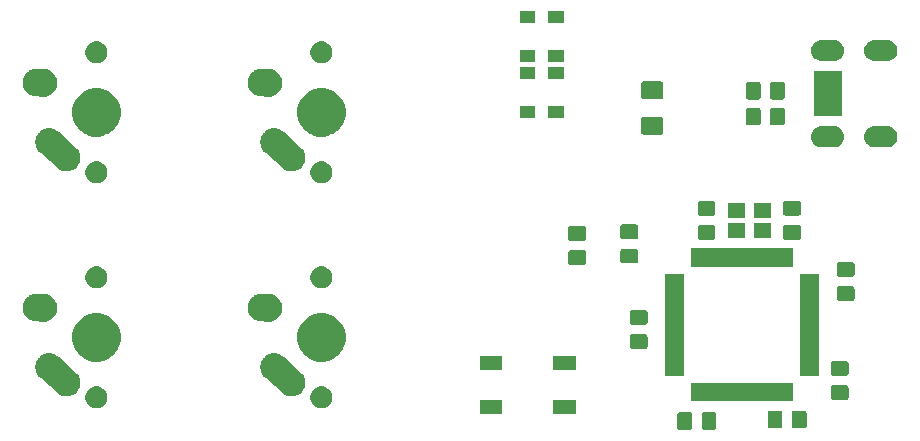
<source format=gbr>
G04 #@! TF.GenerationSoftware,KiCad,Pcbnew,5.1.5*
G04 #@! TF.CreationDate,2020-01-27T21:51:43-06:00*
G04 #@! TF.ProjectId,pcbtut,70636274-7574-42e6-9b69-6361645f7063,rev?*
G04 #@! TF.SameCoordinates,Original*
G04 #@! TF.FileFunction,Soldermask,Bot*
G04 #@! TF.FilePolarity,Negative*
%FSLAX46Y46*%
G04 Gerber Fmt 4.6, Leading zero omitted, Abs format (unit mm)*
G04 Created by KiCad (PCBNEW 5.1.5) date 2020-01-27 21:51:43*
%MOMM*%
%LPD*%
G04 APERTURE LIST*
%ADD10C,0.100000*%
G04 APERTURE END LIST*
D10*
G36*
X174557674Y-146827465D02*
G01*
X174595367Y-146838899D01*
X174630103Y-146857466D01*
X174660548Y-146882452D01*
X174685534Y-146912897D01*
X174704101Y-146947633D01*
X174715535Y-146985326D01*
X174720000Y-147030661D01*
X174720000Y-148117339D01*
X174715535Y-148162674D01*
X174704101Y-148200367D01*
X174685534Y-148235103D01*
X174660548Y-148265548D01*
X174630103Y-148290534D01*
X174595367Y-148309101D01*
X174557674Y-148320535D01*
X174512339Y-148325000D01*
X173675661Y-148325000D01*
X173630326Y-148320535D01*
X173592633Y-148309101D01*
X173557897Y-148290534D01*
X173527452Y-148265548D01*
X173502466Y-148235103D01*
X173483899Y-148200367D01*
X173472465Y-148162674D01*
X173468000Y-148117339D01*
X173468000Y-147030661D01*
X173472465Y-146985326D01*
X173483899Y-146947633D01*
X173502466Y-146912897D01*
X173527452Y-146882452D01*
X173557897Y-146857466D01*
X173592633Y-146838899D01*
X173630326Y-146827465D01*
X173675661Y-146823000D01*
X174512339Y-146823000D01*
X174557674Y-146827465D01*
G37*
G36*
X172507674Y-146827465D02*
G01*
X172545367Y-146838899D01*
X172580103Y-146857466D01*
X172610548Y-146882452D01*
X172635534Y-146912897D01*
X172654101Y-146947633D01*
X172665535Y-146985326D01*
X172670000Y-147030661D01*
X172670000Y-148117339D01*
X172665535Y-148162674D01*
X172654101Y-148200367D01*
X172635534Y-148235103D01*
X172610548Y-148265548D01*
X172580103Y-148290534D01*
X172545367Y-148309101D01*
X172507674Y-148320535D01*
X172462339Y-148325000D01*
X171625661Y-148325000D01*
X171580326Y-148320535D01*
X171542633Y-148309101D01*
X171507897Y-148290534D01*
X171477452Y-148265548D01*
X171452466Y-148235103D01*
X171433899Y-148200367D01*
X171422465Y-148162674D01*
X171418000Y-148117339D01*
X171418000Y-147030661D01*
X171422465Y-146985326D01*
X171433899Y-146947633D01*
X171452466Y-146912897D01*
X171477452Y-146882452D01*
X171507897Y-146857466D01*
X171542633Y-146838899D01*
X171580326Y-146827465D01*
X171625661Y-146823000D01*
X172462339Y-146823000D01*
X172507674Y-146827465D01*
G37*
G36*
X180150674Y-146700465D02*
G01*
X180188367Y-146711899D01*
X180223103Y-146730466D01*
X180253548Y-146755452D01*
X180278534Y-146785897D01*
X180297101Y-146820633D01*
X180308535Y-146858326D01*
X180313000Y-146903661D01*
X180313000Y-147990339D01*
X180308535Y-148035674D01*
X180297101Y-148073367D01*
X180278534Y-148108103D01*
X180253548Y-148138548D01*
X180223103Y-148163534D01*
X180188367Y-148182101D01*
X180150674Y-148193535D01*
X180105339Y-148198000D01*
X179268661Y-148198000D01*
X179223326Y-148193535D01*
X179185633Y-148182101D01*
X179150897Y-148163534D01*
X179120452Y-148138548D01*
X179095466Y-148108103D01*
X179076899Y-148073367D01*
X179065465Y-148035674D01*
X179061000Y-147990339D01*
X179061000Y-146903661D01*
X179065465Y-146858326D01*
X179076899Y-146820633D01*
X179095466Y-146785897D01*
X179120452Y-146755452D01*
X179150897Y-146730466D01*
X179185633Y-146711899D01*
X179223326Y-146700465D01*
X179268661Y-146696000D01*
X180105339Y-146696000D01*
X180150674Y-146700465D01*
G37*
G36*
X182200674Y-146700465D02*
G01*
X182238367Y-146711899D01*
X182273103Y-146730466D01*
X182303548Y-146755452D01*
X182328534Y-146785897D01*
X182347101Y-146820633D01*
X182358535Y-146858326D01*
X182363000Y-146903661D01*
X182363000Y-147990339D01*
X182358535Y-148035674D01*
X182347101Y-148073367D01*
X182328534Y-148108103D01*
X182303548Y-148138548D01*
X182273103Y-148163534D01*
X182238367Y-148182101D01*
X182200674Y-148193535D01*
X182155339Y-148198000D01*
X181318661Y-148198000D01*
X181273326Y-148193535D01*
X181235633Y-148182101D01*
X181200897Y-148163534D01*
X181170452Y-148138548D01*
X181145466Y-148108103D01*
X181126899Y-148073367D01*
X181115465Y-148035674D01*
X181111000Y-147990339D01*
X181111000Y-146903661D01*
X181115465Y-146858326D01*
X181126899Y-146820633D01*
X181145466Y-146785897D01*
X181170452Y-146755452D01*
X181200897Y-146730466D01*
X181235633Y-146711899D01*
X181273326Y-146700465D01*
X181318661Y-146696000D01*
X182155339Y-146696000D01*
X182200674Y-146700465D01*
G37*
G36*
X162801000Y-146977000D02*
G01*
X160899000Y-146977000D01*
X160899000Y-145775000D01*
X162801000Y-145775000D01*
X162801000Y-146977000D01*
G37*
G36*
X156601000Y-146977000D02*
G01*
X154699000Y-146977000D01*
X154699000Y-145775000D01*
X156601000Y-145775000D01*
X156601000Y-146977000D01*
G37*
G36*
X141558104Y-144683585D02*
G01*
X141726626Y-144753389D01*
X141878291Y-144854728D01*
X142007272Y-144983709D01*
X142108611Y-145135374D01*
X142178415Y-145303896D01*
X142214000Y-145482797D01*
X142214000Y-145665203D01*
X142178415Y-145844104D01*
X142108611Y-146012626D01*
X142007272Y-146164291D01*
X141878291Y-146293272D01*
X141726626Y-146394611D01*
X141558104Y-146464415D01*
X141379203Y-146500000D01*
X141196797Y-146500000D01*
X141017896Y-146464415D01*
X140849374Y-146394611D01*
X140697709Y-146293272D01*
X140568728Y-146164291D01*
X140467389Y-146012626D01*
X140397585Y-145844104D01*
X140362000Y-145665203D01*
X140362000Y-145482797D01*
X140397585Y-145303896D01*
X140467389Y-145135374D01*
X140568728Y-144983709D01*
X140697709Y-144854728D01*
X140849374Y-144753389D01*
X141017896Y-144683585D01*
X141196797Y-144648000D01*
X141379203Y-144648000D01*
X141558104Y-144683585D01*
G37*
G36*
X122508104Y-144683585D02*
G01*
X122676626Y-144753389D01*
X122828291Y-144854728D01*
X122957272Y-144983709D01*
X123058611Y-145135374D01*
X123128415Y-145303896D01*
X123164000Y-145482797D01*
X123164000Y-145665203D01*
X123128415Y-145844104D01*
X123058611Y-146012626D01*
X122957272Y-146164291D01*
X122828291Y-146293272D01*
X122676626Y-146394611D01*
X122508104Y-146464415D01*
X122329203Y-146500000D01*
X122146797Y-146500000D01*
X121967896Y-146464415D01*
X121799374Y-146394611D01*
X121647709Y-146293272D01*
X121518728Y-146164291D01*
X121417389Y-146012626D01*
X121347585Y-145844104D01*
X121312000Y-145665203D01*
X121312000Y-145482797D01*
X121347585Y-145303896D01*
X121417389Y-145135374D01*
X121518728Y-144983709D01*
X121647709Y-144854728D01*
X121799374Y-144753389D01*
X121967896Y-144683585D01*
X122146797Y-144648000D01*
X122329203Y-144648000D01*
X122508104Y-144683585D01*
G37*
G36*
X181220000Y-145915000D02*
G01*
X172568000Y-145915000D01*
X172568000Y-144313000D01*
X181220000Y-144313000D01*
X181220000Y-145915000D01*
G37*
G36*
X185754674Y-144539465D02*
G01*
X185792367Y-144550899D01*
X185827103Y-144569466D01*
X185857548Y-144594452D01*
X185882534Y-144624897D01*
X185901101Y-144659633D01*
X185912535Y-144697326D01*
X185917000Y-144742661D01*
X185917000Y-145579339D01*
X185912535Y-145624674D01*
X185901101Y-145662367D01*
X185882534Y-145697103D01*
X185857548Y-145727548D01*
X185827103Y-145752534D01*
X185792367Y-145771101D01*
X185754674Y-145782535D01*
X185709339Y-145787000D01*
X184622661Y-145787000D01*
X184577326Y-145782535D01*
X184539633Y-145771101D01*
X184504897Y-145752534D01*
X184474452Y-145727548D01*
X184449466Y-145697103D01*
X184430899Y-145662367D01*
X184419465Y-145624674D01*
X184415000Y-145579339D01*
X184415000Y-144742661D01*
X184419465Y-144697326D01*
X184430899Y-144659633D01*
X184449466Y-144624897D01*
X184474452Y-144594452D01*
X184504897Y-144569466D01*
X184539633Y-144550899D01*
X184577326Y-144539465D01*
X184622661Y-144535000D01*
X185709339Y-144535000D01*
X185754674Y-144539465D01*
G37*
G36*
X137311249Y-141817881D02*
G01*
X137316689Y-141818000D01*
X137403826Y-141818000D01*
X137420087Y-141821234D01*
X137438941Y-141823512D01*
X137455530Y-141824244D01*
X137540222Y-141845008D01*
X137545558Y-141846192D01*
X137560554Y-141849175D01*
X137631027Y-141863193D01*
X137646345Y-141869538D01*
X137664404Y-141875454D01*
X137680519Y-141879405D01*
X137759523Y-141916288D01*
X137764503Y-141918480D01*
X137845045Y-141951842D01*
X137845047Y-141951843D01*
X137858827Y-141961051D01*
X137875395Y-141970382D01*
X137890422Y-141977397D01*
X137890424Y-141977398D01*
X137890423Y-141977398D01*
X137960700Y-142028975D01*
X137965198Y-142032126D01*
X138037656Y-142080541D01*
X138094662Y-142137547D01*
X138099556Y-142142183D01*
X138616439Y-142605962D01*
X139576376Y-143467276D01*
X139668185Y-143567558D01*
X139693603Y-143595321D01*
X139813689Y-143793416D01*
X139892823Y-144011133D01*
X139927961Y-144240104D01*
X139917754Y-144471530D01*
X139862593Y-144696519D01*
X139835723Y-144754075D01*
X139764602Y-144906421D01*
X139764600Y-144906423D01*
X139764600Y-144906424D01*
X139627539Y-145093177D01*
X139456679Y-145249603D01*
X139258583Y-145369689D01*
X139040866Y-145448823D01*
X138811896Y-145483961D01*
X138580469Y-145473754D01*
X138355480Y-145418593D01*
X138245027Y-145367028D01*
X138145579Y-145320602D01*
X138145576Y-145320600D01*
X138005622Y-145217886D01*
X136571623Y-143931214D01*
X136557591Y-143920320D01*
X136538346Y-143907461D01*
X136481303Y-143850418D01*
X136476394Y-143845768D01*
X136459624Y-143830721D01*
X136440021Y-143809309D01*
X136436213Y-143805328D01*
X136374541Y-143743656D01*
X136365316Y-143729850D01*
X136353582Y-143714892D01*
X136342396Y-143702674D01*
X136297252Y-143628204D01*
X136294293Y-143623557D01*
X136275424Y-143595318D01*
X136245842Y-143551045D01*
X136239489Y-143535708D01*
X136230899Y-143518747D01*
X136222311Y-143504581D01*
X136192554Y-143422711D01*
X136190564Y-143417591D01*
X136157193Y-143337026D01*
X136153956Y-143320752D01*
X136148843Y-143302453D01*
X136143177Y-143286864D01*
X136129956Y-143200715D01*
X136129009Y-143195338D01*
X136112000Y-143109827D01*
X136112000Y-143093233D01*
X136110555Y-143074290D01*
X136108039Y-143057893D01*
X136111880Y-142970794D01*
X136112000Y-142965354D01*
X136112000Y-142878172D01*
X136115236Y-142861903D01*
X136117515Y-142843044D01*
X136118246Y-142826468D01*
X136139010Y-142741777D01*
X136140186Y-142736474D01*
X136157193Y-142650973D01*
X136163545Y-142635638D01*
X136169455Y-142617599D01*
X136173407Y-142601479D01*
X136210277Y-142522503D01*
X136212477Y-142517506D01*
X136245842Y-142436955D01*
X136255060Y-142423159D01*
X136264387Y-142406598D01*
X136271400Y-142391575D01*
X136322961Y-142321320D01*
X136326122Y-142316808D01*
X136374541Y-142244344D01*
X136386268Y-142232617D01*
X136398652Y-142218187D01*
X136408462Y-142204820D01*
X136472733Y-142145979D01*
X136476714Y-142142171D01*
X136538344Y-142080541D01*
X136552135Y-142071326D01*
X136567093Y-142059592D01*
X136579324Y-142048394D01*
X136631261Y-142016910D01*
X136653859Y-142003211D01*
X136658456Y-142000285D01*
X136730955Y-141951842D01*
X136746278Y-141945495D01*
X136763233Y-141936908D01*
X136777417Y-141928309D01*
X136859342Y-141898532D01*
X136864435Y-141896553D01*
X136944973Y-141863193D01*
X136961237Y-141859958D01*
X136979532Y-141854846D01*
X136995134Y-141849175D01*
X137081342Y-141835945D01*
X137086713Y-141834999D01*
X137172173Y-141818000D01*
X137188752Y-141818000D01*
X137207694Y-141816555D01*
X137224105Y-141814037D01*
X137311249Y-141817881D01*
G37*
G36*
X118261249Y-141817881D02*
G01*
X118266689Y-141818000D01*
X118353826Y-141818000D01*
X118370087Y-141821234D01*
X118388941Y-141823512D01*
X118405530Y-141824244D01*
X118490222Y-141845008D01*
X118495558Y-141846192D01*
X118510554Y-141849175D01*
X118581027Y-141863193D01*
X118596345Y-141869538D01*
X118614404Y-141875454D01*
X118630519Y-141879405D01*
X118709523Y-141916288D01*
X118714503Y-141918480D01*
X118795045Y-141951842D01*
X118795047Y-141951843D01*
X118808827Y-141961051D01*
X118825395Y-141970382D01*
X118840422Y-141977397D01*
X118840424Y-141977398D01*
X118840423Y-141977398D01*
X118910700Y-142028975D01*
X118915198Y-142032126D01*
X118987656Y-142080541D01*
X119044662Y-142137547D01*
X119049556Y-142142183D01*
X119566439Y-142605962D01*
X120526376Y-143467276D01*
X120618185Y-143567558D01*
X120643603Y-143595321D01*
X120763689Y-143793416D01*
X120842823Y-144011133D01*
X120877961Y-144240104D01*
X120867754Y-144471530D01*
X120812593Y-144696519D01*
X120785723Y-144754075D01*
X120714602Y-144906421D01*
X120714600Y-144906423D01*
X120714600Y-144906424D01*
X120577539Y-145093177D01*
X120406679Y-145249603D01*
X120208583Y-145369689D01*
X119990866Y-145448823D01*
X119761896Y-145483961D01*
X119530469Y-145473754D01*
X119305480Y-145418593D01*
X119195027Y-145367028D01*
X119095579Y-145320602D01*
X119095576Y-145320600D01*
X118955622Y-145217886D01*
X117521623Y-143931214D01*
X117507591Y-143920320D01*
X117488346Y-143907461D01*
X117431303Y-143850418D01*
X117426394Y-143845768D01*
X117409624Y-143830721D01*
X117390021Y-143809309D01*
X117386213Y-143805328D01*
X117324541Y-143743656D01*
X117315316Y-143729850D01*
X117303582Y-143714892D01*
X117292396Y-143702674D01*
X117247252Y-143628204D01*
X117244293Y-143623557D01*
X117225424Y-143595318D01*
X117195842Y-143551045D01*
X117189489Y-143535708D01*
X117180899Y-143518747D01*
X117172311Y-143504581D01*
X117142554Y-143422711D01*
X117140564Y-143417591D01*
X117107193Y-143337026D01*
X117103956Y-143320752D01*
X117098843Y-143302453D01*
X117093177Y-143286864D01*
X117079956Y-143200715D01*
X117079009Y-143195338D01*
X117062000Y-143109827D01*
X117062000Y-143093233D01*
X117060555Y-143074290D01*
X117058039Y-143057893D01*
X117061880Y-142970794D01*
X117062000Y-142965354D01*
X117062000Y-142878172D01*
X117065236Y-142861903D01*
X117067515Y-142843044D01*
X117068246Y-142826468D01*
X117089010Y-142741777D01*
X117090186Y-142736474D01*
X117107193Y-142650973D01*
X117113545Y-142635638D01*
X117119455Y-142617599D01*
X117123407Y-142601479D01*
X117160277Y-142522503D01*
X117162477Y-142517506D01*
X117195842Y-142436955D01*
X117205060Y-142423159D01*
X117214387Y-142406598D01*
X117221400Y-142391575D01*
X117272961Y-142321320D01*
X117276122Y-142316808D01*
X117324541Y-142244344D01*
X117336268Y-142232617D01*
X117348652Y-142218187D01*
X117358462Y-142204820D01*
X117422733Y-142145979D01*
X117426714Y-142142171D01*
X117488344Y-142080541D01*
X117502135Y-142071326D01*
X117517093Y-142059592D01*
X117529324Y-142048394D01*
X117581261Y-142016910D01*
X117603859Y-142003211D01*
X117608456Y-142000285D01*
X117680955Y-141951842D01*
X117696278Y-141945495D01*
X117713233Y-141936908D01*
X117727417Y-141928309D01*
X117809342Y-141898532D01*
X117814435Y-141896553D01*
X117894973Y-141863193D01*
X117911237Y-141859958D01*
X117929532Y-141854846D01*
X117945134Y-141849175D01*
X118031342Y-141835945D01*
X118036713Y-141834999D01*
X118122173Y-141818000D01*
X118138752Y-141818000D01*
X118157694Y-141816555D01*
X118174105Y-141814037D01*
X118261249Y-141817881D01*
G37*
G36*
X171995000Y-143740000D02*
G01*
X170393000Y-143740000D01*
X170393000Y-135088000D01*
X171995000Y-135088000D01*
X171995000Y-143740000D01*
G37*
G36*
X183395000Y-143740000D02*
G01*
X181793000Y-143740000D01*
X181793000Y-135088000D01*
X183395000Y-135088000D01*
X183395000Y-143740000D01*
G37*
G36*
X185754674Y-142489465D02*
G01*
X185792367Y-142500899D01*
X185827103Y-142519466D01*
X185857548Y-142544452D01*
X185882534Y-142574897D01*
X185901101Y-142609633D01*
X185912535Y-142647326D01*
X185917000Y-142692661D01*
X185917000Y-143529339D01*
X185912535Y-143574674D01*
X185901101Y-143612367D01*
X185882534Y-143647103D01*
X185857548Y-143677548D01*
X185827103Y-143702534D01*
X185792367Y-143721101D01*
X185754674Y-143732535D01*
X185709339Y-143737000D01*
X184622661Y-143737000D01*
X184577326Y-143732535D01*
X184539633Y-143721101D01*
X184504897Y-143702534D01*
X184474452Y-143677548D01*
X184449466Y-143647103D01*
X184430899Y-143612367D01*
X184419465Y-143574674D01*
X184415000Y-143529339D01*
X184415000Y-142692661D01*
X184419465Y-142647326D01*
X184430899Y-142609633D01*
X184449466Y-142574897D01*
X184474452Y-142544452D01*
X184504897Y-142519466D01*
X184539633Y-142500899D01*
X184577326Y-142489465D01*
X184622661Y-142485000D01*
X185709339Y-142485000D01*
X185754674Y-142489465D01*
G37*
G36*
X156601000Y-143277000D02*
G01*
X154699000Y-143277000D01*
X154699000Y-142075000D01*
X156601000Y-142075000D01*
X156601000Y-143277000D01*
G37*
G36*
X162801000Y-143277000D02*
G01*
X160899000Y-143277000D01*
X160899000Y-142075000D01*
X162801000Y-142075000D01*
X162801000Y-143277000D01*
G37*
G36*
X141884474Y-138527684D02*
G01*
X142102474Y-138617983D01*
X142256623Y-138681833D01*
X142591548Y-138905623D01*
X142876377Y-139190452D01*
X143100167Y-139525377D01*
X143100167Y-139525378D01*
X143254316Y-139897526D01*
X143332900Y-140292594D01*
X143332900Y-140695406D01*
X143254316Y-141090474D01*
X143206535Y-141205827D01*
X143100167Y-141462623D01*
X142876377Y-141797548D01*
X142591548Y-142082377D01*
X142256623Y-142306167D01*
X142102474Y-142370017D01*
X141884474Y-142460316D01*
X141489406Y-142538900D01*
X141086594Y-142538900D01*
X140691526Y-142460316D01*
X140473526Y-142370017D01*
X140319377Y-142306167D01*
X139984452Y-142082377D01*
X139699623Y-141797548D01*
X139475833Y-141462623D01*
X139369465Y-141205827D01*
X139321684Y-141090474D01*
X139243100Y-140695406D01*
X139243100Y-140292594D01*
X139321684Y-139897526D01*
X139475833Y-139525378D01*
X139475833Y-139525377D01*
X139699623Y-139190452D01*
X139984452Y-138905623D01*
X140319377Y-138681833D01*
X140473526Y-138617983D01*
X140691526Y-138527684D01*
X141086594Y-138449100D01*
X141489406Y-138449100D01*
X141884474Y-138527684D01*
G37*
G36*
X122834474Y-138527684D02*
G01*
X123052474Y-138617983D01*
X123206623Y-138681833D01*
X123541548Y-138905623D01*
X123826377Y-139190452D01*
X124050167Y-139525377D01*
X124050167Y-139525378D01*
X124204316Y-139897526D01*
X124282900Y-140292594D01*
X124282900Y-140695406D01*
X124204316Y-141090474D01*
X124156535Y-141205827D01*
X124050167Y-141462623D01*
X123826377Y-141797548D01*
X123541548Y-142082377D01*
X123206623Y-142306167D01*
X123052474Y-142370017D01*
X122834474Y-142460316D01*
X122439406Y-142538900D01*
X122036594Y-142538900D01*
X121641526Y-142460316D01*
X121423526Y-142370017D01*
X121269377Y-142306167D01*
X120934452Y-142082377D01*
X120649623Y-141797548D01*
X120425833Y-141462623D01*
X120319465Y-141205827D01*
X120271684Y-141090474D01*
X120193100Y-140695406D01*
X120193100Y-140292594D01*
X120271684Y-139897526D01*
X120425833Y-139525378D01*
X120425833Y-139525377D01*
X120649623Y-139190452D01*
X120934452Y-138905623D01*
X121269377Y-138681833D01*
X121423526Y-138617983D01*
X121641526Y-138527684D01*
X122036594Y-138449100D01*
X122439406Y-138449100D01*
X122834474Y-138527684D01*
G37*
G36*
X168736674Y-140230465D02*
G01*
X168774367Y-140241899D01*
X168809103Y-140260466D01*
X168839548Y-140285452D01*
X168864534Y-140315897D01*
X168883101Y-140350633D01*
X168894535Y-140388326D01*
X168899000Y-140433661D01*
X168899000Y-141270339D01*
X168894535Y-141315674D01*
X168883101Y-141353367D01*
X168864534Y-141388103D01*
X168839548Y-141418548D01*
X168809103Y-141443534D01*
X168774367Y-141462101D01*
X168736674Y-141473535D01*
X168691339Y-141478000D01*
X167604661Y-141478000D01*
X167559326Y-141473535D01*
X167521633Y-141462101D01*
X167486897Y-141443534D01*
X167456452Y-141418548D01*
X167431466Y-141388103D01*
X167412899Y-141353367D01*
X167401465Y-141315674D01*
X167397000Y-141270339D01*
X167397000Y-140433661D01*
X167401465Y-140388326D01*
X167412899Y-140350633D01*
X167431466Y-140315897D01*
X167456452Y-140285452D01*
X167486897Y-140260466D01*
X167521633Y-140241899D01*
X167559326Y-140230465D01*
X167604661Y-140226000D01*
X168691339Y-140226000D01*
X168736674Y-140230465D01*
G37*
G36*
X168736674Y-138180465D02*
G01*
X168774367Y-138191899D01*
X168809103Y-138210466D01*
X168839548Y-138235452D01*
X168864534Y-138265897D01*
X168883101Y-138300633D01*
X168894535Y-138338326D01*
X168899000Y-138383661D01*
X168899000Y-139220339D01*
X168894535Y-139265674D01*
X168883101Y-139303367D01*
X168864534Y-139338103D01*
X168839548Y-139368548D01*
X168809103Y-139393534D01*
X168774367Y-139412101D01*
X168736674Y-139423535D01*
X168691339Y-139428000D01*
X167604661Y-139428000D01*
X167559326Y-139423535D01*
X167521633Y-139412101D01*
X167486897Y-139393534D01*
X167456452Y-139368548D01*
X167431466Y-139338103D01*
X167412899Y-139303367D01*
X167401465Y-139265674D01*
X167397000Y-139220339D01*
X167397000Y-138383661D01*
X167401465Y-138338326D01*
X167412899Y-138300633D01*
X167431466Y-138265897D01*
X167456452Y-138235452D01*
X167486897Y-138210466D01*
X167521633Y-138191899D01*
X167559326Y-138180465D01*
X167604661Y-138176000D01*
X168691339Y-138176000D01*
X168736674Y-138180465D01*
G37*
G36*
X117194226Y-136777705D02*
G01*
X117202796Y-136778000D01*
X117273827Y-136778000D01*
X117305981Y-136784396D01*
X117321752Y-136786500D01*
X117876545Y-136824762D01*
X118047730Y-136853624D01*
X118264255Y-136935962D01*
X118460557Y-137058959D01*
X118572912Y-137164912D01*
X118629090Y-137217888D01*
X118673540Y-137280367D01*
X118763380Y-137406645D01*
X118858265Y-137617973D01*
X118910099Y-137843751D01*
X118916890Y-138075302D01*
X118878376Y-138303730D01*
X118796039Y-138520255D01*
X118673041Y-138716557D01*
X118514111Y-138885090D01*
X118325355Y-139019380D01*
X118114027Y-139114265D01*
X117888249Y-139166098D01*
X117714723Y-139171188D01*
X117121794Y-139130296D01*
X117113196Y-139130000D01*
X117042173Y-139130000D01*
X116947247Y-139111118D01*
X116943643Y-139110456D01*
X116848270Y-139094376D01*
X116841797Y-139091915D01*
X116821772Y-139086159D01*
X116814973Y-139084807D01*
X116755522Y-139060181D01*
X116725540Y-139047763D01*
X116722136Y-139046411D01*
X116631745Y-139012038D01*
X116625881Y-139008364D01*
X116607365Y-138998813D01*
X116600955Y-138996158D01*
X116520415Y-138942343D01*
X116517449Y-138940423D01*
X116435443Y-138889041D01*
X116430404Y-138884289D01*
X116414107Y-138871311D01*
X116408348Y-138867463D01*
X116339882Y-138798997D01*
X116337285Y-138796476D01*
X116266910Y-138730111D01*
X116262902Y-138724478D01*
X116249441Y-138708556D01*
X116244541Y-138703656D01*
X116190750Y-138623152D01*
X116188716Y-138620202D01*
X116132620Y-138541355D01*
X116129781Y-138535033D01*
X116119693Y-138516808D01*
X116115842Y-138511045D01*
X116078766Y-138421535D01*
X116077401Y-138418372D01*
X116037735Y-138330027D01*
X116036185Y-138323275D01*
X116029848Y-138303438D01*
X116027193Y-138297027D01*
X116008301Y-138202050D01*
X116007562Y-138198599D01*
X115985902Y-138104249D01*
X115985699Y-138097341D01*
X115983353Y-138076630D01*
X115982000Y-138069826D01*
X115982000Y-137973027D01*
X115981946Y-137969362D01*
X115979111Y-137872697D01*
X115980260Y-137865882D01*
X115982000Y-137845100D01*
X115982000Y-137838173D01*
X116000882Y-137743246D01*
X116001544Y-137739642D01*
X116006073Y-137712781D01*
X116017624Y-137644270D01*
X116020085Y-137637797D01*
X116025842Y-137617767D01*
X116027193Y-137610973D01*
X116064237Y-137521540D01*
X116065589Y-137518136D01*
X116077049Y-137488000D01*
X116099962Y-137427745D01*
X116103636Y-137421881D01*
X116113187Y-137403365D01*
X116115842Y-137396955D01*
X116169657Y-137316415D01*
X116171577Y-137313449D01*
X116222959Y-137231443D01*
X116227711Y-137226404D01*
X116240689Y-137210107D01*
X116244537Y-137204348D01*
X116313003Y-137135882D01*
X116315524Y-137133285D01*
X116381889Y-137062910D01*
X116387522Y-137058902D01*
X116403444Y-137045441D01*
X116408344Y-137040541D01*
X116488848Y-136986750D01*
X116491798Y-136984716D01*
X116570645Y-136928620D01*
X116576967Y-136925781D01*
X116595192Y-136915693D01*
X116600955Y-136911842D01*
X116690465Y-136874766D01*
X116693628Y-136873401D01*
X116781973Y-136833735D01*
X116788725Y-136832185D01*
X116808562Y-136825848D01*
X116814973Y-136823193D01*
X116909950Y-136804301D01*
X116913401Y-136803562D01*
X117007751Y-136781902D01*
X117014660Y-136781699D01*
X117035370Y-136779353D01*
X117042174Y-136778000D01*
X117138985Y-136778000D01*
X117142585Y-136777947D01*
X117181277Y-136776812D01*
X117194226Y-136777705D01*
G37*
G36*
X136244226Y-136777705D02*
G01*
X136252796Y-136778000D01*
X136323827Y-136778000D01*
X136355981Y-136784396D01*
X136371752Y-136786500D01*
X136926545Y-136824762D01*
X137097730Y-136853624D01*
X137314255Y-136935962D01*
X137510557Y-137058959D01*
X137622912Y-137164912D01*
X137679090Y-137217888D01*
X137723540Y-137280367D01*
X137813380Y-137406645D01*
X137908265Y-137617973D01*
X137960099Y-137843751D01*
X137966890Y-138075302D01*
X137928376Y-138303730D01*
X137846039Y-138520255D01*
X137723041Y-138716557D01*
X137564111Y-138885090D01*
X137375355Y-139019380D01*
X137164027Y-139114265D01*
X136938249Y-139166098D01*
X136764723Y-139171188D01*
X136171794Y-139130296D01*
X136163196Y-139130000D01*
X136092173Y-139130000D01*
X135997247Y-139111118D01*
X135993643Y-139110456D01*
X135898270Y-139094376D01*
X135891797Y-139091915D01*
X135871772Y-139086159D01*
X135864973Y-139084807D01*
X135805522Y-139060181D01*
X135775540Y-139047763D01*
X135772136Y-139046411D01*
X135681745Y-139012038D01*
X135675881Y-139008364D01*
X135657365Y-138998813D01*
X135650955Y-138996158D01*
X135570415Y-138942343D01*
X135567449Y-138940423D01*
X135485443Y-138889041D01*
X135480404Y-138884289D01*
X135464107Y-138871311D01*
X135458348Y-138867463D01*
X135389882Y-138798997D01*
X135387285Y-138796476D01*
X135316910Y-138730111D01*
X135312902Y-138724478D01*
X135299441Y-138708556D01*
X135294541Y-138703656D01*
X135240750Y-138623152D01*
X135238716Y-138620202D01*
X135182620Y-138541355D01*
X135179781Y-138535033D01*
X135169693Y-138516808D01*
X135165842Y-138511045D01*
X135128766Y-138421535D01*
X135127401Y-138418372D01*
X135087735Y-138330027D01*
X135086185Y-138323275D01*
X135079848Y-138303438D01*
X135077193Y-138297027D01*
X135058301Y-138202050D01*
X135057562Y-138198599D01*
X135035902Y-138104249D01*
X135035699Y-138097341D01*
X135033353Y-138076630D01*
X135032000Y-138069826D01*
X135032000Y-137973027D01*
X135031946Y-137969362D01*
X135029111Y-137872697D01*
X135030260Y-137865882D01*
X135032000Y-137845100D01*
X135032000Y-137838173D01*
X135050882Y-137743246D01*
X135051544Y-137739642D01*
X135056073Y-137712781D01*
X135067624Y-137644270D01*
X135070085Y-137637797D01*
X135075842Y-137617767D01*
X135077193Y-137610973D01*
X135114237Y-137521540D01*
X135115589Y-137518136D01*
X135127049Y-137488000D01*
X135149962Y-137427745D01*
X135153636Y-137421881D01*
X135163187Y-137403365D01*
X135165842Y-137396955D01*
X135219657Y-137316415D01*
X135221577Y-137313449D01*
X135272959Y-137231443D01*
X135277711Y-137226404D01*
X135290689Y-137210107D01*
X135294537Y-137204348D01*
X135363003Y-137135882D01*
X135365524Y-137133285D01*
X135431889Y-137062910D01*
X135437522Y-137058902D01*
X135453444Y-137045441D01*
X135458344Y-137040541D01*
X135538848Y-136986750D01*
X135541798Y-136984716D01*
X135620645Y-136928620D01*
X135626967Y-136925781D01*
X135645192Y-136915693D01*
X135650955Y-136911842D01*
X135740465Y-136874766D01*
X135743628Y-136873401D01*
X135831973Y-136833735D01*
X135838725Y-136832185D01*
X135858562Y-136825848D01*
X135864973Y-136823193D01*
X135959950Y-136804301D01*
X135963401Y-136803562D01*
X136057751Y-136781902D01*
X136064660Y-136781699D01*
X136085370Y-136779353D01*
X136092174Y-136778000D01*
X136188985Y-136778000D01*
X136192585Y-136777947D01*
X136231277Y-136776812D01*
X136244226Y-136777705D01*
G37*
G36*
X186262674Y-136157465D02*
G01*
X186300367Y-136168899D01*
X186335103Y-136187466D01*
X186365548Y-136212452D01*
X186390534Y-136242897D01*
X186409101Y-136277633D01*
X186420535Y-136315326D01*
X186425000Y-136360661D01*
X186425000Y-137197339D01*
X186420535Y-137242674D01*
X186409101Y-137280367D01*
X186390534Y-137315103D01*
X186365548Y-137345548D01*
X186335103Y-137370534D01*
X186300367Y-137389101D01*
X186262674Y-137400535D01*
X186217339Y-137405000D01*
X185130661Y-137405000D01*
X185085326Y-137400535D01*
X185047633Y-137389101D01*
X185012897Y-137370534D01*
X184982452Y-137345548D01*
X184957466Y-137315103D01*
X184938899Y-137280367D01*
X184927465Y-137242674D01*
X184923000Y-137197339D01*
X184923000Y-136360661D01*
X184927465Y-136315326D01*
X184938899Y-136277633D01*
X184957466Y-136242897D01*
X184982452Y-136212452D01*
X185012897Y-136187466D01*
X185047633Y-136168899D01*
X185085326Y-136157465D01*
X185130661Y-136153000D01*
X186217339Y-136153000D01*
X186262674Y-136157465D01*
G37*
G36*
X141558104Y-134523585D02*
G01*
X141726626Y-134593389D01*
X141878291Y-134694728D01*
X142007272Y-134823709D01*
X142108611Y-134975374D01*
X142178415Y-135143896D01*
X142214000Y-135322797D01*
X142214000Y-135505203D01*
X142178415Y-135684104D01*
X142108611Y-135852626D01*
X142007272Y-136004291D01*
X141878291Y-136133272D01*
X141726626Y-136234611D01*
X141558104Y-136304415D01*
X141379203Y-136340000D01*
X141196797Y-136340000D01*
X141017896Y-136304415D01*
X140849374Y-136234611D01*
X140697709Y-136133272D01*
X140568728Y-136004291D01*
X140467389Y-135852626D01*
X140397585Y-135684104D01*
X140362000Y-135505203D01*
X140362000Y-135322797D01*
X140397585Y-135143896D01*
X140467389Y-134975374D01*
X140568728Y-134823709D01*
X140697709Y-134694728D01*
X140849374Y-134593389D01*
X141017896Y-134523585D01*
X141196797Y-134488000D01*
X141379203Y-134488000D01*
X141558104Y-134523585D01*
G37*
G36*
X122508104Y-134523585D02*
G01*
X122676626Y-134593389D01*
X122828291Y-134694728D01*
X122957272Y-134823709D01*
X123058611Y-134975374D01*
X123128415Y-135143896D01*
X123164000Y-135322797D01*
X123164000Y-135505203D01*
X123128415Y-135684104D01*
X123058611Y-135852626D01*
X122957272Y-136004291D01*
X122828291Y-136133272D01*
X122676626Y-136234611D01*
X122508104Y-136304415D01*
X122329203Y-136340000D01*
X122146797Y-136340000D01*
X121967896Y-136304415D01*
X121799374Y-136234611D01*
X121647709Y-136133272D01*
X121518728Y-136004291D01*
X121417389Y-135852626D01*
X121347585Y-135684104D01*
X121312000Y-135505203D01*
X121312000Y-135322797D01*
X121347585Y-135143896D01*
X121417389Y-134975374D01*
X121518728Y-134823709D01*
X121647709Y-134694728D01*
X121799374Y-134593389D01*
X121967896Y-134523585D01*
X122146797Y-134488000D01*
X122329203Y-134488000D01*
X122508104Y-134523585D01*
G37*
G36*
X186262674Y-134107465D02*
G01*
X186300367Y-134118899D01*
X186335103Y-134137466D01*
X186365548Y-134162452D01*
X186390534Y-134192897D01*
X186409101Y-134227633D01*
X186420535Y-134265326D01*
X186425000Y-134310661D01*
X186425000Y-135147339D01*
X186420535Y-135192674D01*
X186409101Y-135230367D01*
X186390534Y-135265103D01*
X186365548Y-135295548D01*
X186335103Y-135320534D01*
X186300367Y-135339101D01*
X186262674Y-135350535D01*
X186217339Y-135355000D01*
X185130661Y-135355000D01*
X185085326Y-135350535D01*
X185047633Y-135339101D01*
X185012897Y-135320534D01*
X184982452Y-135295548D01*
X184957466Y-135265103D01*
X184938899Y-135230367D01*
X184927465Y-135192674D01*
X184923000Y-135147339D01*
X184923000Y-134310661D01*
X184927465Y-134265326D01*
X184938899Y-134227633D01*
X184957466Y-134192897D01*
X184982452Y-134162452D01*
X185012897Y-134137466D01*
X185047633Y-134118899D01*
X185085326Y-134107465D01*
X185130661Y-134103000D01*
X186217339Y-134103000D01*
X186262674Y-134107465D01*
G37*
G36*
X181220000Y-134515000D02*
G01*
X172568000Y-134515000D01*
X172568000Y-132913000D01*
X181220000Y-132913000D01*
X181220000Y-134515000D01*
G37*
G36*
X163529674Y-133109465D02*
G01*
X163567367Y-133120899D01*
X163602103Y-133139466D01*
X163632548Y-133164452D01*
X163657534Y-133194897D01*
X163676101Y-133229633D01*
X163687535Y-133267326D01*
X163692000Y-133312661D01*
X163692000Y-134149339D01*
X163687535Y-134194674D01*
X163676101Y-134232367D01*
X163657534Y-134267103D01*
X163632548Y-134297548D01*
X163602103Y-134322534D01*
X163567367Y-134341101D01*
X163529674Y-134352535D01*
X163484339Y-134357000D01*
X162397661Y-134357000D01*
X162352326Y-134352535D01*
X162314633Y-134341101D01*
X162279897Y-134322534D01*
X162249452Y-134297548D01*
X162224466Y-134267103D01*
X162205899Y-134232367D01*
X162194465Y-134194674D01*
X162190000Y-134149339D01*
X162190000Y-133312661D01*
X162194465Y-133267326D01*
X162205899Y-133229633D01*
X162224466Y-133194897D01*
X162249452Y-133164452D01*
X162279897Y-133139466D01*
X162314633Y-133120899D01*
X162352326Y-133109465D01*
X162397661Y-133105000D01*
X163484339Y-133105000D01*
X163529674Y-133109465D01*
G37*
G36*
X167942674Y-132982465D02*
G01*
X167980367Y-132993899D01*
X168015103Y-133012466D01*
X168045548Y-133037452D01*
X168070534Y-133067897D01*
X168089101Y-133102633D01*
X168100535Y-133140326D01*
X168105000Y-133185661D01*
X168105000Y-134022339D01*
X168100535Y-134067674D01*
X168089101Y-134105367D01*
X168070534Y-134140103D01*
X168045548Y-134170548D01*
X168015103Y-134195534D01*
X167980367Y-134214101D01*
X167942674Y-134225535D01*
X167897339Y-134230000D01*
X166810661Y-134230000D01*
X166765326Y-134225535D01*
X166727633Y-134214101D01*
X166692897Y-134195534D01*
X166662452Y-134170548D01*
X166637466Y-134140103D01*
X166618899Y-134105367D01*
X166607465Y-134067674D01*
X166603000Y-134022339D01*
X166603000Y-133185661D01*
X166607465Y-133140326D01*
X166618899Y-133102633D01*
X166637466Y-133067897D01*
X166662452Y-133037452D01*
X166692897Y-133012466D01*
X166727633Y-132993899D01*
X166765326Y-132982465D01*
X166810661Y-132978000D01*
X167897339Y-132978000D01*
X167942674Y-132982465D01*
G37*
G36*
X163529674Y-131059465D02*
G01*
X163567367Y-131070899D01*
X163602103Y-131089466D01*
X163632548Y-131114452D01*
X163657534Y-131144897D01*
X163676101Y-131179633D01*
X163687535Y-131217326D01*
X163692000Y-131262661D01*
X163692000Y-132099339D01*
X163687535Y-132144674D01*
X163676101Y-132182367D01*
X163657534Y-132217103D01*
X163632548Y-132247548D01*
X163602103Y-132272534D01*
X163567367Y-132291101D01*
X163529674Y-132302535D01*
X163484339Y-132307000D01*
X162397661Y-132307000D01*
X162352326Y-132302535D01*
X162314633Y-132291101D01*
X162279897Y-132272534D01*
X162249452Y-132247548D01*
X162224466Y-132217103D01*
X162205899Y-132182367D01*
X162194465Y-132144674D01*
X162190000Y-132099339D01*
X162190000Y-131262661D01*
X162194465Y-131217326D01*
X162205899Y-131179633D01*
X162224466Y-131144897D01*
X162249452Y-131114452D01*
X162279897Y-131089466D01*
X162314633Y-131070899D01*
X162352326Y-131059465D01*
X162397661Y-131055000D01*
X163484339Y-131055000D01*
X163529674Y-131059465D01*
G37*
G36*
X181722674Y-130982465D02*
G01*
X181760367Y-130993899D01*
X181795103Y-131012466D01*
X181825548Y-131037452D01*
X181850534Y-131067897D01*
X181869101Y-131102633D01*
X181880535Y-131140326D01*
X181885000Y-131185661D01*
X181885000Y-132022339D01*
X181880535Y-132067674D01*
X181869101Y-132105367D01*
X181850534Y-132140103D01*
X181825548Y-132170548D01*
X181795103Y-132195534D01*
X181760367Y-132214101D01*
X181722674Y-132225535D01*
X181677339Y-132230000D01*
X180590661Y-132230000D01*
X180545326Y-132225535D01*
X180507633Y-132214101D01*
X180472897Y-132195534D01*
X180442452Y-132170548D01*
X180417466Y-132140103D01*
X180398899Y-132105367D01*
X180387465Y-132067674D01*
X180383000Y-132022339D01*
X180383000Y-131185661D01*
X180387465Y-131140326D01*
X180398899Y-131102633D01*
X180417466Y-131067897D01*
X180442452Y-131037452D01*
X180472897Y-131012466D01*
X180507633Y-130993899D01*
X180545326Y-130982465D01*
X180590661Y-130978000D01*
X181677339Y-130978000D01*
X181722674Y-130982465D01*
G37*
G36*
X174483674Y-130982465D02*
G01*
X174521367Y-130993899D01*
X174556103Y-131012466D01*
X174586548Y-131037452D01*
X174611534Y-131067897D01*
X174630101Y-131102633D01*
X174641535Y-131140326D01*
X174646000Y-131185661D01*
X174646000Y-132022339D01*
X174641535Y-132067674D01*
X174630101Y-132105367D01*
X174611534Y-132140103D01*
X174586548Y-132170548D01*
X174556103Y-132195534D01*
X174521367Y-132214101D01*
X174483674Y-132225535D01*
X174438339Y-132230000D01*
X173351661Y-132230000D01*
X173306326Y-132225535D01*
X173268633Y-132214101D01*
X173233897Y-132195534D01*
X173203452Y-132170548D01*
X173178466Y-132140103D01*
X173159899Y-132105367D01*
X173148465Y-132067674D01*
X173144000Y-132022339D01*
X173144000Y-131185661D01*
X173148465Y-131140326D01*
X173159899Y-131102633D01*
X173178466Y-131067897D01*
X173203452Y-131037452D01*
X173233897Y-131012466D01*
X173268633Y-130993899D01*
X173306326Y-130982465D01*
X173351661Y-130978000D01*
X174438339Y-130978000D01*
X174483674Y-130982465D01*
G37*
G36*
X167942674Y-130932465D02*
G01*
X167980367Y-130943899D01*
X168015103Y-130962466D01*
X168045548Y-130987452D01*
X168070534Y-131017897D01*
X168089101Y-131052633D01*
X168100535Y-131090326D01*
X168105000Y-131135661D01*
X168105000Y-131972339D01*
X168100535Y-132017674D01*
X168089101Y-132055367D01*
X168070534Y-132090103D01*
X168045548Y-132120548D01*
X168015103Y-132145534D01*
X167980367Y-132164101D01*
X167942674Y-132175535D01*
X167897339Y-132180000D01*
X166810661Y-132180000D01*
X166765326Y-132175535D01*
X166727633Y-132164101D01*
X166692897Y-132145534D01*
X166662452Y-132120548D01*
X166637466Y-132090103D01*
X166618899Y-132055367D01*
X166607465Y-132017674D01*
X166603000Y-131972339D01*
X166603000Y-131135661D01*
X166607465Y-131090326D01*
X166618899Y-131052633D01*
X166637466Y-131017897D01*
X166662452Y-130987452D01*
X166692897Y-130962466D01*
X166727633Y-130943899D01*
X166765326Y-130932465D01*
X166810661Y-130928000D01*
X167897339Y-130928000D01*
X167942674Y-130932465D01*
G37*
G36*
X179377000Y-132096000D02*
G01*
X177875000Y-132096000D01*
X177875000Y-130794000D01*
X179377000Y-130794000D01*
X179377000Y-132096000D01*
G37*
G36*
X177177000Y-132096000D02*
G01*
X175675000Y-132096000D01*
X175675000Y-130794000D01*
X177177000Y-130794000D01*
X177177000Y-132096000D01*
G37*
G36*
X177177000Y-130396000D02*
G01*
X175675000Y-130396000D01*
X175675000Y-129094000D01*
X177177000Y-129094000D01*
X177177000Y-130396000D01*
G37*
G36*
X179377000Y-130396000D02*
G01*
X177875000Y-130396000D01*
X177875000Y-129094000D01*
X179377000Y-129094000D01*
X179377000Y-130396000D01*
G37*
G36*
X181722674Y-128932465D02*
G01*
X181760367Y-128943899D01*
X181795103Y-128962466D01*
X181825548Y-128987452D01*
X181850534Y-129017897D01*
X181869101Y-129052633D01*
X181880535Y-129090326D01*
X181885000Y-129135661D01*
X181885000Y-129972339D01*
X181880535Y-130017674D01*
X181869101Y-130055367D01*
X181850534Y-130090103D01*
X181825548Y-130120548D01*
X181795103Y-130145534D01*
X181760367Y-130164101D01*
X181722674Y-130175535D01*
X181677339Y-130180000D01*
X180590661Y-130180000D01*
X180545326Y-130175535D01*
X180507633Y-130164101D01*
X180472897Y-130145534D01*
X180442452Y-130120548D01*
X180417466Y-130090103D01*
X180398899Y-130055367D01*
X180387465Y-130017674D01*
X180383000Y-129972339D01*
X180383000Y-129135661D01*
X180387465Y-129090326D01*
X180398899Y-129052633D01*
X180417466Y-129017897D01*
X180442452Y-128987452D01*
X180472897Y-128962466D01*
X180507633Y-128943899D01*
X180545326Y-128932465D01*
X180590661Y-128928000D01*
X181677339Y-128928000D01*
X181722674Y-128932465D01*
G37*
G36*
X174483674Y-128932465D02*
G01*
X174521367Y-128943899D01*
X174556103Y-128962466D01*
X174586548Y-128987452D01*
X174611534Y-129017897D01*
X174630101Y-129052633D01*
X174641535Y-129090326D01*
X174646000Y-129135661D01*
X174646000Y-129972339D01*
X174641535Y-130017674D01*
X174630101Y-130055367D01*
X174611534Y-130090103D01*
X174586548Y-130120548D01*
X174556103Y-130145534D01*
X174521367Y-130164101D01*
X174483674Y-130175535D01*
X174438339Y-130180000D01*
X173351661Y-130180000D01*
X173306326Y-130175535D01*
X173268633Y-130164101D01*
X173233897Y-130145534D01*
X173203452Y-130120548D01*
X173178466Y-130090103D01*
X173159899Y-130055367D01*
X173148465Y-130017674D01*
X173144000Y-129972339D01*
X173144000Y-129135661D01*
X173148465Y-129090326D01*
X173159899Y-129052633D01*
X173178466Y-129017897D01*
X173203452Y-128987452D01*
X173233897Y-128962466D01*
X173268633Y-128943899D01*
X173306326Y-128932465D01*
X173351661Y-128928000D01*
X174438339Y-128928000D01*
X174483674Y-128932465D01*
G37*
G36*
X122508104Y-125633585D02*
G01*
X122676626Y-125703389D01*
X122828291Y-125804728D01*
X122957272Y-125933709D01*
X123058611Y-126085374D01*
X123128415Y-126253896D01*
X123164000Y-126432797D01*
X123164000Y-126615203D01*
X123128415Y-126794104D01*
X123058611Y-126962626D01*
X122957272Y-127114291D01*
X122828291Y-127243272D01*
X122676626Y-127344611D01*
X122508104Y-127414415D01*
X122329203Y-127450000D01*
X122146797Y-127450000D01*
X121967896Y-127414415D01*
X121799374Y-127344611D01*
X121647709Y-127243272D01*
X121518728Y-127114291D01*
X121417389Y-126962626D01*
X121347585Y-126794104D01*
X121312000Y-126615203D01*
X121312000Y-126432797D01*
X121347585Y-126253896D01*
X121417389Y-126085374D01*
X121518728Y-125933709D01*
X121647709Y-125804728D01*
X121799374Y-125703389D01*
X121967896Y-125633585D01*
X122146797Y-125598000D01*
X122329203Y-125598000D01*
X122508104Y-125633585D01*
G37*
G36*
X141558104Y-125633585D02*
G01*
X141726626Y-125703389D01*
X141878291Y-125804728D01*
X142007272Y-125933709D01*
X142108611Y-126085374D01*
X142178415Y-126253896D01*
X142214000Y-126432797D01*
X142214000Y-126615203D01*
X142178415Y-126794104D01*
X142108611Y-126962626D01*
X142007272Y-127114291D01*
X141878291Y-127243272D01*
X141726626Y-127344611D01*
X141558104Y-127414415D01*
X141379203Y-127450000D01*
X141196797Y-127450000D01*
X141017896Y-127414415D01*
X140849374Y-127344611D01*
X140697709Y-127243272D01*
X140568728Y-127114291D01*
X140467389Y-126962626D01*
X140397585Y-126794104D01*
X140362000Y-126615203D01*
X140362000Y-126432797D01*
X140397585Y-126253896D01*
X140467389Y-126085374D01*
X140568728Y-125933709D01*
X140697709Y-125804728D01*
X140849374Y-125703389D01*
X141017896Y-125633585D01*
X141196797Y-125598000D01*
X141379203Y-125598000D01*
X141558104Y-125633585D01*
G37*
G36*
X137311249Y-122767881D02*
G01*
X137316689Y-122768000D01*
X137403826Y-122768000D01*
X137420087Y-122771234D01*
X137438941Y-122773512D01*
X137455530Y-122774244D01*
X137540222Y-122795008D01*
X137545558Y-122796192D01*
X137560554Y-122799175D01*
X137631027Y-122813193D01*
X137646345Y-122819538D01*
X137664404Y-122825454D01*
X137680519Y-122829405D01*
X137759523Y-122866288D01*
X137764503Y-122868480D01*
X137845045Y-122901842D01*
X137845047Y-122901843D01*
X137858827Y-122911051D01*
X137875395Y-122920382D01*
X137890422Y-122927397D01*
X137890424Y-122927398D01*
X137890423Y-122927398D01*
X137960700Y-122978975D01*
X137965198Y-122982126D01*
X138037656Y-123030541D01*
X138094662Y-123087547D01*
X138099556Y-123092183D01*
X138629384Y-123567577D01*
X139576376Y-124417276D01*
X139668185Y-124517558D01*
X139693603Y-124545321D01*
X139813689Y-124743416D01*
X139892823Y-124961133D01*
X139927961Y-125190104D01*
X139917754Y-125421530D01*
X139862593Y-125646519D01*
X139811028Y-125756973D01*
X139764602Y-125856421D01*
X139764600Y-125856423D01*
X139764600Y-125856424D01*
X139627539Y-126043177D01*
X139456679Y-126199603D01*
X139258583Y-126319689D01*
X139040866Y-126398823D01*
X138811896Y-126433961D01*
X138580469Y-126423754D01*
X138355480Y-126368593D01*
X138245027Y-126317028D01*
X138145579Y-126270602D01*
X138145576Y-126270600D01*
X138005622Y-126167886D01*
X136571623Y-124881214D01*
X136557591Y-124870320D01*
X136538346Y-124857461D01*
X136481303Y-124800418D01*
X136476394Y-124795768D01*
X136459624Y-124780721D01*
X136440021Y-124759309D01*
X136436213Y-124755328D01*
X136374541Y-124693656D01*
X136365316Y-124679850D01*
X136353582Y-124664892D01*
X136342396Y-124652674D01*
X136297252Y-124578204D01*
X136294293Y-124573557D01*
X136245841Y-124501043D01*
X136239489Y-124485708D01*
X136230899Y-124468747D01*
X136222311Y-124454581D01*
X136192554Y-124372711D01*
X136190564Y-124367591D01*
X136157193Y-124287026D01*
X136153956Y-124270752D01*
X136148843Y-124252453D01*
X136143177Y-124236864D01*
X136129956Y-124150715D01*
X136129009Y-124145338D01*
X136112000Y-124059827D01*
X136112000Y-124043233D01*
X136110555Y-124024290D01*
X136108039Y-124007893D01*
X136111880Y-123920794D01*
X136112000Y-123915354D01*
X136112000Y-123828172D01*
X136115236Y-123811903D01*
X136117515Y-123793044D01*
X136118246Y-123776468D01*
X136139010Y-123691777D01*
X136140186Y-123686474D01*
X136140951Y-123682627D01*
X136157193Y-123600973D01*
X136163545Y-123585638D01*
X136169455Y-123567599D01*
X136173407Y-123551479D01*
X136210277Y-123472503D01*
X136212477Y-123467506D01*
X136245842Y-123386955D01*
X136255060Y-123373159D01*
X136264387Y-123356598D01*
X136271400Y-123341575D01*
X136322961Y-123271320D01*
X136326122Y-123266808D01*
X136374541Y-123194344D01*
X136386268Y-123182617D01*
X136398652Y-123168187D01*
X136408462Y-123154820D01*
X136472733Y-123095979D01*
X136476714Y-123092171D01*
X136538344Y-123030541D01*
X136552135Y-123021326D01*
X136567093Y-123009592D01*
X136579324Y-122998394D01*
X136631261Y-122966910D01*
X136653859Y-122953211D01*
X136658456Y-122950285D01*
X136730955Y-122901842D01*
X136746278Y-122895495D01*
X136763233Y-122886908D01*
X136777417Y-122878309D01*
X136859342Y-122848532D01*
X136864435Y-122846553D01*
X136944973Y-122813193D01*
X136961237Y-122809958D01*
X136979532Y-122804846D01*
X136995134Y-122799175D01*
X137081342Y-122785945D01*
X137086713Y-122784999D01*
X137172173Y-122768000D01*
X137188752Y-122768000D01*
X137207694Y-122766555D01*
X137224105Y-122764037D01*
X137311249Y-122767881D01*
G37*
G36*
X118261249Y-122767881D02*
G01*
X118266689Y-122768000D01*
X118353826Y-122768000D01*
X118370087Y-122771234D01*
X118388941Y-122773512D01*
X118405530Y-122774244D01*
X118490222Y-122795008D01*
X118495558Y-122796192D01*
X118510554Y-122799175D01*
X118581027Y-122813193D01*
X118596345Y-122819538D01*
X118614404Y-122825454D01*
X118630519Y-122829405D01*
X118709523Y-122866288D01*
X118714503Y-122868480D01*
X118795045Y-122901842D01*
X118795047Y-122901843D01*
X118808827Y-122911051D01*
X118825395Y-122920382D01*
X118840422Y-122927397D01*
X118840424Y-122927398D01*
X118840423Y-122927398D01*
X118910700Y-122978975D01*
X118915198Y-122982126D01*
X118987656Y-123030541D01*
X119044662Y-123087547D01*
X119049556Y-123092183D01*
X119579384Y-123567577D01*
X120526376Y-124417276D01*
X120618185Y-124517558D01*
X120643603Y-124545321D01*
X120763689Y-124743416D01*
X120842823Y-124961133D01*
X120877961Y-125190104D01*
X120867754Y-125421530D01*
X120812593Y-125646519D01*
X120761028Y-125756973D01*
X120714602Y-125856421D01*
X120714600Y-125856423D01*
X120714600Y-125856424D01*
X120577539Y-126043177D01*
X120406679Y-126199603D01*
X120208583Y-126319689D01*
X119990866Y-126398823D01*
X119761896Y-126433961D01*
X119530469Y-126423754D01*
X119305480Y-126368593D01*
X119195027Y-126317028D01*
X119095579Y-126270602D01*
X119095576Y-126270600D01*
X118955622Y-126167886D01*
X117521623Y-124881214D01*
X117507591Y-124870320D01*
X117488346Y-124857461D01*
X117431303Y-124800418D01*
X117426394Y-124795768D01*
X117409624Y-124780721D01*
X117390021Y-124759309D01*
X117386213Y-124755328D01*
X117324541Y-124693656D01*
X117315316Y-124679850D01*
X117303582Y-124664892D01*
X117292396Y-124652674D01*
X117247252Y-124578204D01*
X117244293Y-124573557D01*
X117195841Y-124501043D01*
X117189489Y-124485708D01*
X117180899Y-124468747D01*
X117172311Y-124454581D01*
X117142554Y-124372711D01*
X117140564Y-124367591D01*
X117107193Y-124287026D01*
X117103956Y-124270752D01*
X117098843Y-124252453D01*
X117093177Y-124236864D01*
X117079956Y-124150715D01*
X117079009Y-124145338D01*
X117062000Y-124059827D01*
X117062000Y-124043233D01*
X117060555Y-124024290D01*
X117058039Y-124007893D01*
X117061880Y-123920794D01*
X117062000Y-123915354D01*
X117062000Y-123828172D01*
X117065236Y-123811903D01*
X117067515Y-123793044D01*
X117068246Y-123776468D01*
X117089010Y-123691777D01*
X117090186Y-123686474D01*
X117090951Y-123682627D01*
X117107193Y-123600973D01*
X117113545Y-123585638D01*
X117119455Y-123567599D01*
X117123407Y-123551479D01*
X117160277Y-123472503D01*
X117162477Y-123467506D01*
X117195842Y-123386955D01*
X117205060Y-123373159D01*
X117214387Y-123356598D01*
X117221400Y-123341575D01*
X117272961Y-123271320D01*
X117276122Y-123266808D01*
X117324541Y-123194344D01*
X117336268Y-123182617D01*
X117348652Y-123168187D01*
X117358462Y-123154820D01*
X117422733Y-123095979D01*
X117426714Y-123092171D01*
X117488344Y-123030541D01*
X117502135Y-123021326D01*
X117517093Y-123009592D01*
X117529324Y-122998394D01*
X117581261Y-122966910D01*
X117603859Y-122953211D01*
X117608456Y-122950285D01*
X117680955Y-122901842D01*
X117696278Y-122895495D01*
X117713233Y-122886908D01*
X117727417Y-122878309D01*
X117809342Y-122848532D01*
X117814435Y-122846553D01*
X117894973Y-122813193D01*
X117911237Y-122809958D01*
X117929532Y-122804846D01*
X117945134Y-122799175D01*
X118031342Y-122785945D01*
X118036713Y-122784999D01*
X118122173Y-122768000D01*
X118138752Y-122768000D01*
X118157694Y-122766555D01*
X118174105Y-122764037D01*
X118261249Y-122767881D01*
G37*
G36*
X184760443Y-122611519D02*
G01*
X184826627Y-122618037D01*
X184996466Y-122669557D01*
X185152991Y-122753222D01*
X185188729Y-122782552D01*
X185290186Y-122865814D01*
X185373448Y-122967271D01*
X185402778Y-123003009D01*
X185486443Y-123159534D01*
X185537963Y-123329373D01*
X185555359Y-123506000D01*
X185537963Y-123682627D01*
X185486443Y-123852466D01*
X185402778Y-124008991D01*
X185390236Y-124024273D01*
X185290186Y-124146186D01*
X185188729Y-124229448D01*
X185152991Y-124258778D01*
X184996466Y-124342443D01*
X184826627Y-124393963D01*
X184760443Y-124400481D01*
X184694260Y-124407000D01*
X183605740Y-124407000D01*
X183539557Y-124400481D01*
X183473373Y-124393963D01*
X183303534Y-124342443D01*
X183147009Y-124258778D01*
X183111271Y-124229448D01*
X183009814Y-124146186D01*
X182909764Y-124024273D01*
X182897222Y-124008991D01*
X182813557Y-123852466D01*
X182762037Y-123682627D01*
X182744641Y-123506000D01*
X182762037Y-123329373D01*
X182813557Y-123159534D01*
X182897222Y-123003009D01*
X182926552Y-122967271D01*
X183009814Y-122865814D01*
X183111271Y-122782552D01*
X183147009Y-122753222D01*
X183303534Y-122669557D01*
X183473373Y-122618037D01*
X183539557Y-122611519D01*
X183605740Y-122605000D01*
X184694260Y-122605000D01*
X184760443Y-122611519D01*
G37*
G36*
X189260443Y-122611519D02*
G01*
X189326627Y-122618037D01*
X189496466Y-122669557D01*
X189652991Y-122753222D01*
X189688729Y-122782552D01*
X189790186Y-122865814D01*
X189873448Y-122967271D01*
X189902778Y-123003009D01*
X189986443Y-123159534D01*
X190037963Y-123329373D01*
X190055359Y-123506000D01*
X190037963Y-123682627D01*
X189986443Y-123852466D01*
X189902778Y-124008991D01*
X189890236Y-124024273D01*
X189790186Y-124146186D01*
X189688729Y-124229448D01*
X189652991Y-124258778D01*
X189496466Y-124342443D01*
X189326627Y-124393963D01*
X189260443Y-124400481D01*
X189194260Y-124407000D01*
X188105740Y-124407000D01*
X188039557Y-124400481D01*
X187973373Y-124393963D01*
X187803534Y-124342443D01*
X187647009Y-124258778D01*
X187611271Y-124229448D01*
X187509814Y-124146186D01*
X187409764Y-124024273D01*
X187397222Y-124008991D01*
X187313557Y-123852466D01*
X187262037Y-123682627D01*
X187244641Y-123506000D01*
X187262037Y-123329373D01*
X187313557Y-123159534D01*
X187397222Y-123003009D01*
X187426552Y-122967271D01*
X187509814Y-122865814D01*
X187611271Y-122782552D01*
X187647009Y-122753222D01*
X187803534Y-122669557D01*
X187973373Y-122618037D01*
X188039557Y-122611519D01*
X188105740Y-122605000D01*
X189194260Y-122605000D01*
X189260443Y-122611519D01*
G37*
G36*
X122834474Y-119477684D02*
G01*
X123021131Y-119555000D01*
X123206623Y-119631833D01*
X123541548Y-119855623D01*
X123826377Y-120140452D01*
X124050167Y-120475377D01*
X124050167Y-120475378D01*
X124204316Y-120847526D01*
X124282900Y-121242594D01*
X124282900Y-121645406D01*
X124204316Y-122040474D01*
X124114017Y-122258474D01*
X124050167Y-122412623D01*
X123826377Y-122747548D01*
X123541548Y-123032377D01*
X123206623Y-123256167D01*
X123067358Y-123313852D01*
X122834474Y-123410316D01*
X122439406Y-123488900D01*
X122036594Y-123488900D01*
X121641526Y-123410316D01*
X121408642Y-123313852D01*
X121269377Y-123256167D01*
X120934452Y-123032377D01*
X120649623Y-122747548D01*
X120425833Y-122412623D01*
X120361983Y-122258474D01*
X120271684Y-122040474D01*
X120193100Y-121645406D01*
X120193100Y-121242594D01*
X120271684Y-120847526D01*
X120425833Y-120475378D01*
X120425833Y-120475377D01*
X120649623Y-120140452D01*
X120934452Y-119855623D01*
X121269377Y-119631833D01*
X121454869Y-119555000D01*
X121641526Y-119477684D01*
X122036594Y-119399100D01*
X122439406Y-119399100D01*
X122834474Y-119477684D01*
G37*
G36*
X141884474Y-119477684D02*
G01*
X142071131Y-119555000D01*
X142256623Y-119631833D01*
X142591548Y-119855623D01*
X142876377Y-120140452D01*
X143100167Y-120475377D01*
X143100167Y-120475378D01*
X143254316Y-120847526D01*
X143332900Y-121242594D01*
X143332900Y-121645406D01*
X143254316Y-122040474D01*
X143164017Y-122258474D01*
X143100167Y-122412623D01*
X142876377Y-122747548D01*
X142591548Y-123032377D01*
X142256623Y-123256167D01*
X142117358Y-123313852D01*
X141884474Y-123410316D01*
X141489406Y-123488900D01*
X141086594Y-123488900D01*
X140691526Y-123410316D01*
X140458642Y-123313852D01*
X140319377Y-123256167D01*
X139984452Y-123032377D01*
X139699623Y-122747548D01*
X139475833Y-122412623D01*
X139411983Y-122258474D01*
X139321684Y-122040474D01*
X139243100Y-121645406D01*
X139243100Y-121242594D01*
X139321684Y-120847526D01*
X139475833Y-120475378D01*
X139475833Y-120475377D01*
X139699623Y-120140452D01*
X139984452Y-119855623D01*
X140319377Y-119631833D01*
X140504869Y-119555000D01*
X140691526Y-119477684D01*
X141086594Y-119399100D01*
X141489406Y-119399100D01*
X141884474Y-119477684D01*
G37*
G36*
X170066562Y-121796181D02*
G01*
X170101481Y-121806774D01*
X170133663Y-121823976D01*
X170161873Y-121847127D01*
X170185024Y-121875337D01*
X170202226Y-121907519D01*
X170212819Y-121942438D01*
X170217000Y-121984895D01*
X170217000Y-123126105D01*
X170212819Y-123168562D01*
X170202226Y-123203481D01*
X170185024Y-123235663D01*
X170161873Y-123263873D01*
X170133663Y-123287024D01*
X170101481Y-123304226D01*
X170066562Y-123314819D01*
X170024105Y-123319000D01*
X168557895Y-123319000D01*
X168515438Y-123314819D01*
X168480519Y-123304226D01*
X168448337Y-123287024D01*
X168420127Y-123263873D01*
X168396976Y-123235663D01*
X168379774Y-123203481D01*
X168369181Y-123168562D01*
X168365000Y-123126105D01*
X168365000Y-121984895D01*
X168369181Y-121942438D01*
X168379774Y-121907519D01*
X168396976Y-121875337D01*
X168420127Y-121847127D01*
X168448337Y-121823976D01*
X168480519Y-121806774D01*
X168515438Y-121796181D01*
X168557895Y-121792000D01*
X170024105Y-121792000D01*
X170066562Y-121796181D01*
G37*
G36*
X178313674Y-121053465D02*
G01*
X178351367Y-121064899D01*
X178386103Y-121083466D01*
X178416548Y-121108452D01*
X178441534Y-121138897D01*
X178460101Y-121173633D01*
X178471535Y-121211326D01*
X178476000Y-121256661D01*
X178476000Y-122343339D01*
X178471535Y-122388674D01*
X178460101Y-122426367D01*
X178441534Y-122461103D01*
X178416548Y-122491548D01*
X178386103Y-122516534D01*
X178351367Y-122535101D01*
X178313674Y-122546535D01*
X178268339Y-122551000D01*
X177431661Y-122551000D01*
X177386326Y-122546535D01*
X177348633Y-122535101D01*
X177313897Y-122516534D01*
X177283452Y-122491548D01*
X177258466Y-122461103D01*
X177239899Y-122426367D01*
X177228465Y-122388674D01*
X177224000Y-122343339D01*
X177224000Y-121256661D01*
X177228465Y-121211326D01*
X177239899Y-121173633D01*
X177258466Y-121138897D01*
X177283452Y-121108452D01*
X177313897Y-121083466D01*
X177348633Y-121064899D01*
X177386326Y-121053465D01*
X177431661Y-121049000D01*
X178268339Y-121049000D01*
X178313674Y-121053465D01*
G37*
G36*
X180363674Y-121053465D02*
G01*
X180401367Y-121064899D01*
X180436103Y-121083466D01*
X180466548Y-121108452D01*
X180491534Y-121138897D01*
X180510101Y-121173633D01*
X180521535Y-121211326D01*
X180526000Y-121256661D01*
X180526000Y-122343339D01*
X180521535Y-122388674D01*
X180510101Y-122426367D01*
X180491534Y-122461103D01*
X180466548Y-122491548D01*
X180436103Y-122516534D01*
X180401367Y-122535101D01*
X180363674Y-122546535D01*
X180318339Y-122551000D01*
X179481661Y-122551000D01*
X179436326Y-122546535D01*
X179398633Y-122535101D01*
X179363897Y-122516534D01*
X179333452Y-122491548D01*
X179308466Y-122461103D01*
X179289899Y-122426367D01*
X179278465Y-122388674D01*
X179274000Y-122343339D01*
X179274000Y-121256661D01*
X179278465Y-121211326D01*
X179289899Y-121173633D01*
X179308466Y-121138897D01*
X179333452Y-121108452D01*
X179363897Y-121083466D01*
X179398633Y-121064899D01*
X179436326Y-121053465D01*
X179481661Y-121049000D01*
X180318339Y-121049000D01*
X180363674Y-121053465D01*
G37*
G36*
X161814000Y-121912000D02*
G01*
X160512000Y-121912000D01*
X160512000Y-120910000D01*
X161814000Y-120910000D01*
X161814000Y-121912000D01*
G37*
G36*
X159401000Y-121911000D02*
G01*
X158099000Y-121911000D01*
X158099000Y-120909000D01*
X159401000Y-120909000D01*
X159401000Y-121911000D01*
G37*
G36*
X185326000Y-121757000D02*
G01*
X182974000Y-121757000D01*
X182974000Y-117955000D01*
X185326000Y-117955000D01*
X185326000Y-121757000D01*
G37*
G36*
X178313674Y-118853465D02*
G01*
X178351367Y-118864899D01*
X178386103Y-118883466D01*
X178416548Y-118908452D01*
X178441534Y-118938897D01*
X178460101Y-118973633D01*
X178471535Y-119011326D01*
X178476000Y-119056661D01*
X178476000Y-120143339D01*
X178471535Y-120188674D01*
X178460101Y-120226367D01*
X178441534Y-120261103D01*
X178416548Y-120291548D01*
X178386103Y-120316534D01*
X178351367Y-120335101D01*
X178313674Y-120346535D01*
X178268339Y-120351000D01*
X177431661Y-120351000D01*
X177386326Y-120346535D01*
X177348633Y-120335101D01*
X177313897Y-120316534D01*
X177283452Y-120291548D01*
X177258466Y-120261103D01*
X177239899Y-120226367D01*
X177228465Y-120188674D01*
X177224000Y-120143339D01*
X177224000Y-119056661D01*
X177228465Y-119011326D01*
X177239899Y-118973633D01*
X177258466Y-118938897D01*
X177283452Y-118908452D01*
X177313897Y-118883466D01*
X177348633Y-118864899D01*
X177386326Y-118853465D01*
X177431661Y-118849000D01*
X178268339Y-118849000D01*
X178313674Y-118853465D01*
G37*
G36*
X180363674Y-118853465D02*
G01*
X180401367Y-118864899D01*
X180436103Y-118883466D01*
X180466548Y-118908452D01*
X180491534Y-118938897D01*
X180510101Y-118973633D01*
X180521535Y-119011326D01*
X180526000Y-119056661D01*
X180526000Y-120143339D01*
X180521535Y-120188674D01*
X180510101Y-120226367D01*
X180491534Y-120261103D01*
X180466548Y-120291548D01*
X180436103Y-120316534D01*
X180401367Y-120335101D01*
X180363674Y-120346535D01*
X180318339Y-120351000D01*
X179481661Y-120351000D01*
X179436326Y-120346535D01*
X179398633Y-120335101D01*
X179363897Y-120316534D01*
X179333452Y-120291548D01*
X179308466Y-120261103D01*
X179289899Y-120226367D01*
X179278465Y-120188674D01*
X179274000Y-120143339D01*
X179274000Y-119056661D01*
X179278465Y-119011326D01*
X179289899Y-118973633D01*
X179308466Y-118938897D01*
X179333452Y-118908452D01*
X179363897Y-118883466D01*
X179398633Y-118864899D01*
X179436326Y-118853465D01*
X179481661Y-118849000D01*
X180318339Y-118849000D01*
X180363674Y-118853465D01*
G37*
G36*
X170066562Y-118821181D02*
G01*
X170101481Y-118831774D01*
X170133663Y-118848976D01*
X170161873Y-118872127D01*
X170185024Y-118900337D01*
X170202226Y-118932519D01*
X170212819Y-118967438D01*
X170217000Y-119009895D01*
X170217000Y-120151105D01*
X170212819Y-120193562D01*
X170202226Y-120228481D01*
X170185024Y-120260663D01*
X170161873Y-120288873D01*
X170133663Y-120312024D01*
X170101481Y-120329226D01*
X170066562Y-120339819D01*
X170024105Y-120344000D01*
X168557895Y-120344000D01*
X168515438Y-120339819D01*
X168480519Y-120329226D01*
X168448337Y-120312024D01*
X168420127Y-120288873D01*
X168396976Y-120260663D01*
X168379774Y-120228481D01*
X168369181Y-120193562D01*
X168365000Y-120151105D01*
X168365000Y-119009895D01*
X168369181Y-118967438D01*
X168379774Y-118932519D01*
X168396976Y-118900337D01*
X168420127Y-118872127D01*
X168448337Y-118848976D01*
X168480519Y-118831774D01*
X168515438Y-118821181D01*
X168557895Y-118817000D01*
X170024105Y-118817000D01*
X170066562Y-118821181D01*
G37*
G36*
X136244226Y-117727705D02*
G01*
X136252796Y-117728000D01*
X136323827Y-117728000D01*
X136355981Y-117734396D01*
X136371752Y-117736500D01*
X136926545Y-117774762D01*
X137097730Y-117803624D01*
X137314255Y-117885962D01*
X137510557Y-118008959D01*
X137622912Y-118114912D01*
X137679090Y-118167888D01*
X137746235Y-118262267D01*
X137813380Y-118356645D01*
X137908265Y-118567973D01*
X137960099Y-118793751D01*
X137966890Y-119025302D01*
X137928376Y-119253730D01*
X137846039Y-119470255D01*
X137723041Y-119666557D01*
X137564111Y-119835090D01*
X137375355Y-119969380D01*
X137164027Y-120064265D01*
X136938249Y-120116098D01*
X136764723Y-120121188D01*
X136171794Y-120080296D01*
X136163196Y-120080000D01*
X136092173Y-120080000D01*
X135997247Y-120061118D01*
X135993643Y-120060456D01*
X135898270Y-120044376D01*
X135891797Y-120041915D01*
X135871772Y-120036159D01*
X135864973Y-120034807D01*
X135805522Y-120010181D01*
X135775540Y-119997763D01*
X135772136Y-119996411D01*
X135681745Y-119962038D01*
X135675881Y-119958364D01*
X135657365Y-119948813D01*
X135650955Y-119946158D01*
X135570415Y-119892343D01*
X135567449Y-119890423D01*
X135485443Y-119839041D01*
X135480404Y-119834289D01*
X135464107Y-119821311D01*
X135458348Y-119817463D01*
X135389882Y-119748997D01*
X135387285Y-119746476D01*
X135316910Y-119680111D01*
X135312902Y-119674478D01*
X135299441Y-119658556D01*
X135294541Y-119653656D01*
X135240750Y-119573152D01*
X135238716Y-119570202D01*
X135182620Y-119491355D01*
X135179781Y-119485033D01*
X135169693Y-119466808D01*
X135165842Y-119461045D01*
X135128766Y-119371535D01*
X135127401Y-119368372D01*
X135087735Y-119280027D01*
X135086185Y-119273275D01*
X135079848Y-119253438D01*
X135077193Y-119247027D01*
X135058301Y-119152050D01*
X135057562Y-119148599D01*
X135035902Y-119054249D01*
X135035699Y-119047341D01*
X135033353Y-119026630D01*
X135032000Y-119019826D01*
X135032000Y-118923027D01*
X135031946Y-118919362D01*
X135029111Y-118822697D01*
X135030260Y-118815882D01*
X135032000Y-118795100D01*
X135032000Y-118788173D01*
X135050882Y-118693246D01*
X135051544Y-118689642D01*
X135064635Y-118612000D01*
X135067624Y-118594270D01*
X135070085Y-118587797D01*
X135075842Y-118567767D01*
X135077193Y-118560973D01*
X135114237Y-118471540D01*
X135115589Y-118468136D01*
X135149962Y-118377745D01*
X135153636Y-118371881D01*
X135163187Y-118353365D01*
X135165842Y-118346955D01*
X135219657Y-118266415D01*
X135221577Y-118263449D01*
X135272959Y-118181443D01*
X135277711Y-118176404D01*
X135290689Y-118160107D01*
X135294537Y-118154348D01*
X135363003Y-118085882D01*
X135365524Y-118083285D01*
X135431889Y-118012910D01*
X135437522Y-118008902D01*
X135453444Y-117995441D01*
X135458344Y-117990541D01*
X135538848Y-117936750D01*
X135541798Y-117934716D01*
X135620645Y-117878620D01*
X135626967Y-117875781D01*
X135645192Y-117865693D01*
X135650955Y-117861842D01*
X135740465Y-117824766D01*
X135743628Y-117823401D01*
X135831973Y-117783735D01*
X135838725Y-117782185D01*
X135858562Y-117775848D01*
X135864973Y-117773193D01*
X135959950Y-117754301D01*
X135963401Y-117753562D01*
X136057751Y-117731902D01*
X136064660Y-117731699D01*
X136085370Y-117729353D01*
X136092174Y-117728000D01*
X136188985Y-117728000D01*
X136192585Y-117727947D01*
X136231277Y-117726812D01*
X136244226Y-117727705D01*
G37*
G36*
X117194226Y-117727705D02*
G01*
X117202796Y-117728000D01*
X117273827Y-117728000D01*
X117305981Y-117734396D01*
X117321752Y-117736500D01*
X117876545Y-117774762D01*
X118047730Y-117803624D01*
X118264255Y-117885962D01*
X118460557Y-118008959D01*
X118572912Y-118114912D01*
X118629090Y-118167888D01*
X118696235Y-118262267D01*
X118763380Y-118356645D01*
X118858265Y-118567973D01*
X118910099Y-118793751D01*
X118916890Y-119025302D01*
X118878376Y-119253730D01*
X118796039Y-119470255D01*
X118673041Y-119666557D01*
X118514111Y-119835090D01*
X118325355Y-119969380D01*
X118114027Y-120064265D01*
X117888249Y-120116098D01*
X117714723Y-120121188D01*
X117121794Y-120080296D01*
X117113196Y-120080000D01*
X117042173Y-120080000D01*
X116947247Y-120061118D01*
X116943643Y-120060456D01*
X116848270Y-120044376D01*
X116841797Y-120041915D01*
X116821772Y-120036159D01*
X116814973Y-120034807D01*
X116755522Y-120010181D01*
X116725540Y-119997763D01*
X116722136Y-119996411D01*
X116631745Y-119962038D01*
X116625881Y-119958364D01*
X116607365Y-119948813D01*
X116600955Y-119946158D01*
X116520415Y-119892343D01*
X116517449Y-119890423D01*
X116435443Y-119839041D01*
X116430404Y-119834289D01*
X116414107Y-119821311D01*
X116408348Y-119817463D01*
X116339882Y-119748997D01*
X116337285Y-119746476D01*
X116266910Y-119680111D01*
X116262902Y-119674478D01*
X116249441Y-119658556D01*
X116244541Y-119653656D01*
X116190750Y-119573152D01*
X116188716Y-119570202D01*
X116132620Y-119491355D01*
X116129781Y-119485033D01*
X116119693Y-119466808D01*
X116115842Y-119461045D01*
X116078766Y-119371535D01*
X116077401Y-119368372D01*
X116037735Y-119280027D01*
X116036185Y-119273275D01*
X116029848Y-119253438D01*
X116027193Y-119247027D01*
X116008301Y-119152050D01*
X116007562Y-119148599D01*
X115985902Y-119054249D01*
X115985699Y-119047341D01*
X115983353Y-119026630D01*
X115982000Y-119019826D01*
X115982000Y-118923027D01*
X115981946Y-118919362D01*
X115979111Y-118822697D01*
X115980260Y-118815882D01*
X115982000Y-118795100D01*
X115982000Y-118788173D01*
X116000882Y-118693246D01*
X116001544Y-118689642D01*
X116014635Y-118612000D01*
X116017624Y-118594270D01*
X116020085Y-118587797D01*
X116025842Y-118567767D01*
X116027193Y-118560973D01*
X116064237Y-118471540D01*
X116065589Y-118468136D01*
X116099962Y-118377745D01*
X116103636Y-118371881D01*
X116113187Y-118353365D01*
X116115842Y-118346955D01*
X116169657Y-118266415D01*
X116171577Y-118263449D01*
X116222959Y-118181443D01*
X116227711Y-118176404D01*
X116240689Y-118160107D01*
X116244537Y-118154348D01*
X116313003Y-118085882D01*
X116315524Y-118083285D01*
X116381889Y-118012910D01*
X116387522Y-118008902D01*
X116403444Y-117995441D01*
X116408344Y-117990541D01*
X116488848Y-117936750D01*
X116491798Y-117934716D01*
X116570645Y-117878620D01*
X116576967Y-117875781D01*
X116595192Y-117865693D01*
X116600955Y-117861842D01*
X116690465Y-117824766D01*
X116693628Y-117823401D01*
X116781973Y-117783735D01*
X116788725Y-117782185D01*
X116808562Y-117775848D01*
X116814973Y-117773193D01*
X116909950Y-117754301D01*
X116913401Y-117753562D01*
X117007751Y-117731902D01*
X117014660Y-117731699D01*
X117035370Y-117729353D01*
X117042174Y-117728000D01*
X117138985Y-117728000D01*
X117142585Y-117727947D01*
X117181277Y-117726812D01*
X117194226Y-117727705D01*
G37*
G36*
X161814000Y-118612000D02*
G01*
X160512000Y-118612000D01*
X160512000Y-117610000D01*
X161814000Y-117610000D01*
X161814000Y-118612000D01*
G37*
G36*
X159401000Y-118611000D02*
G01*
X158099000Y-118611000D01*
X158099000Y-117609000D01*
X159401000Y-117609000D01*
X159401000Y-118611000D01*
G37*
G36*
X141558104Y-115473585D02*
G01*
X141726626Y-115543389D01*
X141878291Y-115644728D01*
X142007272Y-115773709D01*
X142108611Y-115925374D01*
X142178415Y-116093896D01*
X142214000Y-116272797D01*
X142214000Y-116455203D01*
X142178415Y-116634104D01*
X142108611Y-116802626D01*
X142007272Y-116954291D01*
X141878291Y-117083272D01*
X141726626Y-117184611D01*
X141558104Y-117254415D01*
X141379203Y-117290000D01*
X141196797Y-117290000D01*
X141017896Y-117254415D01*
X140849374Y-117184611D01*
X140697709Y-117083272D01*
X140568728Y-116954291D01*
X140467389Y-116802626D01*
X140397585Y-116634104D01*
X140362000Y-116455203D01*
X140362000Y-116272797D01*
X140397585Y-116093896D01*
X140467389Y-115925374D01*
X140568728Y-115773709D01*
X140697709Y-115644728D01*
X140849374Y-115543389D01*
X141017896Y-115473585D01*
X141196797Y-115438000D01*
X141379203Y-115438000D01*
X141558104Y-115473585D01*
G37*
G36*
X122508104Y-115473585D02*
G01*
X122676626Y-115543389D01*
X122828291Y-115644728D01*
X122957272Y-115773709D01*
X123058611Y-115925374D01*
X123128415Y-116093896D01*
X123164000Y-116272797D01*
X123164000Y-116455203D01*
X123128415Y-116634104D01*
X123058611Y-116802626D01*
X122957272Y-116954291D01*
X122828291Y-117083272D01*
X122676626Y-117184611D01*
X122508104Y-117254415D01*
X122329203Y-117290000D01*
X122146797Y-117290000D01*
X121967896Y-117254415D01*
X121799374Y-117184611D01*
X121647709Y-117083272D01*
X121518728Y-116954291D01*
X121417389Y-116802626D01*
X121347585Y-116634104D01*
X121312000Y-116455203D01*
X121312000Y-116272797D01*
X121347585Y-116093896D01*
X121417389Y-115925374D01*
X121518728Y-115773709D01*
X121647709Y-115644728D01*
X121799374Y-115543389D01*
X121967896Y-115473585D01*
X122146797Y-115438000D01*
X122329203Y-115438000D01*
X122508104Y-115473585D01*
G37*
G36*
X159401000Y-117182000D02*
G01*
X158099000Y-117182000D01*
X158099000Y-116180000D01*
X159401000Y-116180000D01*
X159401000Y-117182000D01*
G37*
G36*
X161814000Y-117182000D02*
G01*
X160512000Y-117182000D01*
X160512000Y-116180000D01*
X161814000Y-116180000D01*
X161814000Y-117182000D01*
G37*
G36*
X189260442Y-115311518D02*
G01*
X189326627Y-115318037D01*
X189496466Y-115369557D01*
X189652991Y-115453222D01*
X189677803Y-115473585D01*
X189790186Y-115565814D01*
X189854948Y-115644728D01*
X189902778Y-115703009D01*
X189986443Y-115859534D01*
X190037963Y-116029373D01*
X190055359Y-116206000D01*
X190037963Y-116382627D01*
X189986443Y-116552466D01*
X189902778Y-116708991D01*
X189873448Y-116744729D01*
X189790186Y-116846186D01*
X189688729Y-116929448D01*
X189652991Y-116958778D01*
X189496466Y-117042443D01*
X189326627Y-117093963D01*
X189260442Y-117100482D01*
X189194260Y-117107000D01*
X188105740Y-117107000D01*
X188039558Y-117100482D01*
X187973373Y-117093963D01*
X187803534Y-117042443D01*
X187647009Y-116958778D01*
X187611271Y-116929448D01*
X187509814Y-116846186D01*
X187426552Y-116744729D01*
X187397222Y-116708991D01*
X187313557Y-116552466D01*
X187262037Y-116382627D01*
X187244641Y-116206000D01*
X187262037Y-116029373D01*
X187313557Y-115859534D01*
X187397222Y-115703009D01*
X187445052Y-115644728D01*
X187509814Y-115565814D01*
X187622197Y-115473585D01*
X187647009Y-115453222D01*
X187803534Y-115369557D01*
X187973373Y-115318037D01*
X188039558Y-115311518D01*
X188105740Y-115305000D01*
X189194260Y-115305000D01*
X189260442Y-115311518D01*
G37*
G36*
X184760442Y-115311518D02*
G01*
X184826627Y-115318037D01*
X184996466Y-115369557D01*
X185152991Y-115453222D01*
X185177803Y-115473585D01*
X185290186Y-115565814D01*
X185354948Y-115644728D01*
X185402778Y-115703009D01*
X185486443Y-115859534D01*
X185537963Y-116029373D01*
X185555359Y-116206000D01*
X185537963Y-116382627D01*
X185486443Y-116552466D01*
X185402778Y-116708991D01*
X185373448Y-116744729D01*
X185290186Y-116846186D01*
X185188729Y-116929448D01*
X185152991Y-116958778D01*
X184996466Y-117042443D01*
X184826627Y-117093963D01*
X184760442Y-117100482D01*
X184694260Y-117107000D01*
X183605740Y-117107000D01*
X183539558Y-117100482D01*
X183473373Y-117093963D01*
X183303534Y-117042443D01*
X183147009Y-116958778D01*
X183111271Y-116929448D01*
X183009814Y-116846186D01*
X182926552Y-116744729D01*
X182897222Y-116708991D01*
X182813557Y-116552466D01*
X182762037Y-116382627D01*
X182744641Y-116206000D01*
X182762037Y-116029373D01*
X182813557Y-115859534D01*
X182897222Y-115703009D01*
X182945052Y-115644728D01*
X183009814Y-115565814D01*
X183122197Y-115473585D01*
X183147009Y-115453222D01*
X183303534Y-115369557D01*
X183473373Y-115318037D01*
X183539558Y-115311518D01*
X183605740Y-115305000D01*
X184694260Y-115305000D01*
X184760442Y-115311518D01*
G37*
G36*
X161814000Y-113882000D02*
G01*
X160512000Y-113882000D01*
X160512000Y-112880000D01*
X161814000Y-112880000D01*
X161814000Y-113882000D01*
G37*
G36*
X159401000Y-113882000D02*
G01*
X158099000Y-113882000D01*
X158099000Y-112880000D01*
X159401000Y-112880000D01*
X159401000Y-113882000D01*
G37*
M02*

</source>
